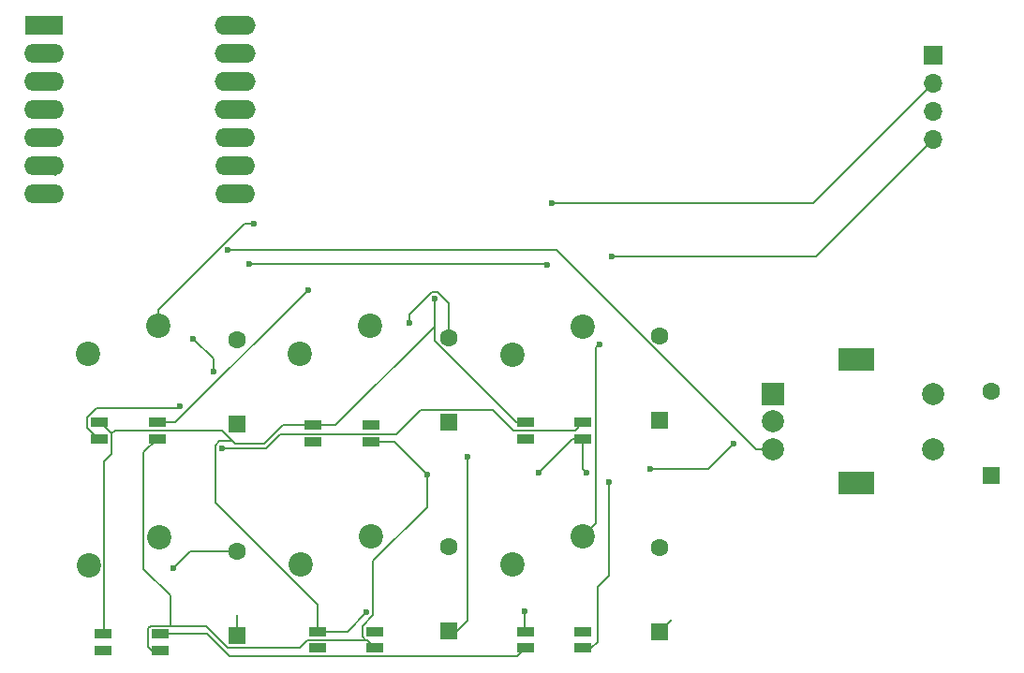
<source format=gbr>
%TF.GenerationSoftware,KiCad,Pcbnew,9.0.7*%
%TF.CreationDate,2026-02-22T10:45:32+05:30*%
%TF.ProjectId,Pomopad,506f6d6f-7061-4642-9e6b-696361645f70,rev?*%
%TF.SameCoordinates,Original*%
%TF.FileFunction,Copper,L2,Bot*%
%TF.FilePolarity,Positive*%
%FSLAX46Y46*%
G04 Gerber Fmt 4.6, Leading zero omitted, Abs format (unit mm)*
G04 Created by KiCad (PCBNEW 9.0.7) date 2026-02-22 10:45:32*
%MOMM*%
%LPD*%
G01*
G04 APERTURE LIST*
G04 Aperture macros list*
%AMRoundRect*
0 Rectangle with rounded corners*
0 $1 Rounding radius*
0 $2 $3 $4 $5 $6 $7 $8 $9 X,Y pos of 4 corners*
0 Add a 4 corners polygon primitive as box body*
4,1,4,$2,$3,$4,$5,$6,$7,$8,$9,$2,$3,0*
0 Add four circle primitives for the rounded corners*
1,1,$1+$1,$2,$3*
1,1,$1+$1,$4,$5*
1,1,$1+$1,$6,$7*
1,1,$1+$1,$8,$9*
0 Add four rect primitives between the rounded corners*
20,1,$1+$1,$2,$3,$4,$5,0*
20,1,$1+$1,$4,$5,$6,$7,0*
20,1,$1+$1,$6,$7,$8,$9,0*
20,1,$1+$1,$8,$9,$2,$3,0*%
G04 Aperture macros list end*
%TA.AperFunction,ComponentPad*%
%ADD10C,2.200000*%
%TD*%
%TA.AperFunction,SMDPad,CuDef*%
%ADD11RoundRect,0.082000X-0.718000X0.328000X-0.718000X-0.328000X0.718000X-0.328000X0.718000X0.328000X0*%
%TD*%
%TA.AperFunction,ComponentPad*%
%ADD12R,2.000000X2.000000*%
%TD*%
%TA.AperFunction,ComponentPad*%
%ADD13C,2.000000*%
%TD*%
%TA.AperFunction,ComponentPad*%
%ADD14R,3.200000X2.000000*%
%TD*%
%TA.AperFunction,ComponentPad*%
%ADD15R,3.500000X1.700000*%
%TD*%
%TA.AperFunction,ComponentPad*%
%ADD16O,3.600000X1.700000*%
%TD*%
%TA.AperFunction,ComponentPad*%
%ADD17O,3.700000X1.700000*%
%TD*%
%TA.AperFunction,ComponentPad*%
%ADD18R,1.700000X1.700000*%
%TD*%
%TA.AperFunction,ComponentPad*%
%ADD19O,1.700000X1.700000*%
%TD*%
%TA.AperFunction,ComponentPad*%
%ADD20RoundRect,0.250000X0.550000X-0.550000X0.550000X0.550000X-0.550000X0.550000X-0.550000X-0.550000X0*%
%TD*%
%TA.AperFunction,ComponentPad*%
%ADD21C,1.600000*%
%TD*%
%TA.AperFunction,ViaPad*%
%ADD22C,0.600000*%
%TD*%
%TA.AperFunction,Conductor*%
%ADD23C,0.200000*%
%TD*%
G04 APERTURE END LIST*
D10*
%TO.P,SW7,1,1*%
%TO.N,C2*%
X98520000Y-163920000D03*
%TO.P,SW7,2,2*%
%TO.N,Net-(D17-A)*%
X92170000Y-166460000D03*
%TD*%
D11*
%TO.P,D1,1,VDD*%
%TO.N,+5V*%
X54870001Y-153597158D03*
%TO.P,D1,2,DOUT*%
%TO.N,Net-(D1-DOUT)*%
X54870001Y-155097158D03*
%TO.P,D1,3,VSS*%
%TO.N,GND*%
X60070001Y-155097158D03*
%TO.P,D1,4,DIN*%
%TO.N,LED*%
X60070001Y-153597158D03*
%TD*%
%TO.P,D2,1,VDD*%
%TO.N,+5V*%
X74190000Y-153860000D03*
%TO.P,D2,2,DOUT*%
%TO.N,Net-(D2-DOUT)*%
X74190000Y-155360000D03*
%TO.P,D2,3,VSS*%
%TO.N,GND*%
X79390000Y-155360000D03*
%TO.P,D2,4,DIN*%
%TO.N,Net-(D2-DIN)*%
X79390000Y-153860000D03*
%TD*%
%TO.P,D8,1,VDD*%
%TO.N,+5V*%
X55160000Y-172710000D03*
%TO.P,D8,2,DOUT*%
%TO.N,Net-(D10-DIN)*%
X55160000Y-174210000D03*
%TO.P,D8,3,VSS*%
%TO.N,GND*%
X60360000Y-174210000D03*
%TO.P,D8,4,DIN*%
%TO.N,Net-(D6-DOUT)*%
X60360000Y-172710000D03*
%TD*%
D10*
%TO.P,SW6,1,1*%
%TO.N,C2*%
X98520000Y-144900000D03*
%TO.P,SW6,2,2*%
%TO.N,Net-(D16-A)*%
X92170000Y-147440000D03*
%TD*%
%TO.P,SW5,1,1*%
%TO.N,C1*%
X79390000Y-163920000D03*
%TO.P,SW5,2,2*%
%TO.N,Net-(D15-A)*%
X73040000Y-166460000D03*
%TD*%
D12*
%TO.P,SW1,A,A*%
%TO.N,A*%
X115730000Y-150990000D03*
D13*
%TO.P,SW1,B,B*%
%TO.N,B*%
X115730000Y-155990000D03*
%TO.P,SW1,C,C*%
%TO.N,GND*%
X115730000Y-153490000D03*
D14*
%TO.P,SW1,MP*%
%TO.N,N/C*%
X123230000Y-147890000D03*
X123230000Y-159090000D03*
D13*
%TO.P,SW1,S1,S1*%
%TO.N,Net-(D11-K)*%
X130230000Y-155990000D03*
%TO.P,SW1,S2,S2*%
%TO.N,C0*%
X130230000Y-150990000D03*
%TD*%
D11*
%TO.P,D7,1,VDD*%
%TO.N,+5V*%
X74537500Y-172500000D03*
%TO.P,D7,2,DOUT*%
%TO.N,Net-(D7-DOUT)*%
X74537500Y-174000000D03*
%TO.P,D7,3,VSS*%
%TO.N,GND*%
X79737500Y-174000000D03*
%TO.P,D7,4,DIN*%
%TO.N,Net-(D5-DOUT)*%
X79737500Y-172500000D03*
%TD*%
D15*
%TO.P,U1,1,PA02_A0_D0*%
%TO.N,C0*%
X49880000Y-117680000D03*
D16*
%TO.P,U1,2,PA4_A1_D1*%
%TO.N,C1*%
X49880000Y-120220000D03*
%TO.P,U1,3,PA10_A2_D2*%
%TO.N,A*%
X49880000Y-122760000D03*
%TO.P,U1,4,PA11_A3_D3*%
%TO.N,B*%
X49880000Y-125300000D03*
%TO.P,U1,5,PA8_A4_D4_SDA*%
%TO.N,SDA*%
X49880000Y-127840000D03*
%TO.P,U1,6,PA9_A5_D5_SCL*%
%TO.N,SCL*%
X49880000Y-130380000D03*
%TO.P,U1,7,PB08_A6_D6_TX*%
%TO.N,C3*%
X49880000Y-132920000D03*
%TO.P,U1,8,PB09_A7_D7_RX*%
%TO.N,C0*%
X67130000Y-132920000D03*
%TO.P,U1,9,PA7_A8_D8_SCK*%
X67130000Y-130380000D03*
%TO.P,U1,10,PA5_A9_D9_MISO*%
X67130000Y-127840000D03*
D17*
%TO.P,U1,11,PA6_A10_D10_MOSI*%
%TO.N,LED*%
X67130000Y-125300000D03*
%TO.P,U1,12,3V3*%
%TO.N,unconnected-(U1-3V3-Pad12)*%
X67130000Y-122760000D03*
%TO.P,U1,13,GND*%
%TO.N,GND*%
X67130000Y-120220000D03*
%TO.P,U1,14,5V*%
%TO.N,+5V*%
X67130000Y-117680000D03*
%TD*%
D10*
%TO.P,SW3,1,1*%
%TO.N,C0*%
X60250000Y-163970000D03*
%TO.P,SW3,2,2*%
%TO.N,Net-(D13-A)*%
X53900000Y-166510000D03*
%TD*%
D11*
%TO.P,D6,1,VDD*%
%TO.N,+5V*%
X93337500Y-172500000D03*
%TO.P,D6,2,DOUT*%
%TO.N,Net-(D6-DOUT)*%
X93337500Y-174000000D03*
%TO.P,D6,3,VSS*%
%TO.N,GND*%
X98537500Y-174000000D03*
%TO.P,D6,4,DIN*%
%TO.N,Net-(D4-DOUT)*%
X98537500Y-172500000D03*
%TD*%
D10*
%TO.P,SW4,1,1*%
%TO.N,C1*%
X79360000Y-144860000D03*
%TO.P,SW4,2,2*%
%TO.N,Net-(D14-A)*%
X73010000Y-147400000D03*
%TD*%
D11*
%TO.P,D3,1,VDD*%
%TO.N,+5V*%
X93340001Y-153597158D03*
%TO.P,D3,2,DOUT*%
%TO.N,Net-(D3-DOUT)*%
X93340001Y-155097158D03*
%TO.P,D3,3,VSS*%
%TO.N,GND*%
X98540001Y-155097158D03*
%TO.P,D3,4,DIN*%
%TO.N,Net-(D1-DOUT)*%
X98540001Y-153597158D03*
%TD*%
D18*
%TO.P,J1,1,GND*%
%TO.N,GND*%
X130210000Y-120390000D03*
D19*
%TO.P,J1,2,VCC*%
%TO.N,+5V*%
X130210000Y-122930000D03*
%TO.P,J1,3,SCl*%
%TO.N,SCL*%
X130210000Y-125470000D03*
%TO.P,J1,4,SDA*%
%TO.N,SDA*%
X130210000Y-128010000D03*
%TD*%
D10*
%TO.P,SW2,1,1*%
%TO.N,C0*%
X60210000Y-144860000D03*
%TO.P,SW2,2,2*%
%TO.N,Net-(D12-A)*%
X53860000Y-147400000D03*
%TD*%
D20*
%TO.P,D12,1,K*%
%TO.N,C0*%
X67260000Y-153750000D03*
D21*
%TO.P,D12,2,A*%
%TO.N,Net-(D12-A)*%
X67260000Y-146130000D03*
%TD*%
D20*
%TO.P,D15,1,K*%
%TO.N,C0*%
X86400000Y-172430000D03*
D21*
%TO.P,D15,2,A*%
%TO.N,Net-(D15-A)*%
X86400000Y-164810000D03*
%TD*%
D20*
%TO.P,D17,1,K*%
%TO.N,C0*%
X105490000Y-172500000D03*
D21*
%TO.P,D17,2,A*%
%TO.N,Net-(D17-A)*%
X105490000Y-164880000D03*
%TD*%
D20*
%TO.P,D16,1,K*%
%TO.N,C0*%
X105510000Y-153360000D03*
D21*
%TO.P,D16,2,A*%
%TO.N,Net-(D16-A)*%
X105510000Y-145740000D03*
%TD*%
D20*
%TO.P,D14,1,K*%
%TO.N,C0*%
X86420000Y-153550000D03*
D21*
%TO.P,D14,2,A*%
%TO.N,Net-(D14-A)*%
X86420000Y-145930000D03*
%TD*%
D20*
%TO.P,D13,1,K*%
%TO.N,C0*%
X67270000Y-172880000D03*
D21*
%TO.P,D13,2,A*%
%TO.N,Net-(D13-A)*%
X67270000Y-165260000D03*
%TD*%
D20*
%TO.P,D11,1,K*%
%TO.N,Net-(D11-K)*%
X135450000Y-158390000D03*
D21*
%TO.P,D11,2,A*%
%TO.N,C0*%
X135450000Y-150770000D03*
%TD*%
D22*
%TO.N,GND*%
X94540000Y-158150000D03*
X112200000Y-155500000D03*
X104620000Y-157840000D03*
X84470000Y-158270000D03*
X98900000Y-158160000D03*
X100930000Y-158950000D03*
%TO.N,+5V*%
X93310000Y-170690000D03*
X85140000Y-142410000D03*
X79010000Y-170770000D03*
X95730000Y-133800000D03*
%TO.N,C0*%
X63350000Y-146050000D03*
X88110000Y-156700000D03*
X65150000Y-149020000D03*
X68820000Y-135640000D03*
%TO.N,B*%
X66450000Y-137980000D03*
%TO.N,C2*%
X100020000Y-146520000D03*
%TO.N,SDA*%
X101160000Y-138590000D03*
X95300000Y-139360000D03*
X68410000Y-139230000D03*
%TO.N,Net-(D13-A)*%
X61530000Y-166780000D03*
%TO.N,Net-(D14-A)*%
X82840000Y-144620000D03*
%TO.N,LED*%
X73690000Y-141610000D03*
%TO.N,Net-(D1-DOUT)*%
X65940000Y-155900000D03*
X62160000Y-152120000D03*
%TD*%
D23*
%TO.N,GND*%
X84470000Y-161261314D02*
X84470000Y-158270000D01*
X60360000Y-174210000D02*
X59560000Y-174210000D01*
X98537500Y-174000000D02*
X99337500Y-174000000D01*
X64502840Y-171999000D02*
X66484840Y-173981000D01*
X99859000Y-168502530D02*
X100930000Y-167431530D01*
X81560000Y-155360000D02*
X79390000Y-155360000D01*
X61260000Y-171999000D02*
X64502840Y-171999000D01*
X98540001Y-157800001D02*
X98900000Y-158160000D01*
X72966586Y-173981000D02*
X73658586Y-173289000D01*
X59259000Y-172221086D02*
X59481086Y-171999000D01*
X61260000Y-169275184D02*
X61260000Y-171999000D01*
X58849000Y-156318159D02*
X58849000Y-166864184D01*
X100930000Y-167431530D02*
X100930000Y-158950000D01*
X66484840Y-173981000D02*
X72966586Y-173981000D01*
X73658586Y-173289000D02*
X79026500Y-173289000D01*
X60392842Y-155097158D02*
X60070001Y-155097158D01*
X58849000Y-166864184D02*
X61260000Y-169275184D01*
X79026500Y-173289000D02*
X78936586Y-173289000D01*
X78936586Y-173289000D02*
X78636500Y-172988914D01*
X59259000Y-173909000D02*
X59259000Y-172221086D01*
X59481086Y-171999000D02*
X61260000Y-171999000D01*
X60070001Y-155097158D02*
X58849000Y-156318159D01*
X79610000Y-166121314D02*
X84470000Y-161261314D01*
X109860000Y-157840000D02*
X112200000Y-155500000D01*
X78636500Y-172011086D02*
X79610000Y-171037586D01*
X79026500Y-173289000D02*
X79737500Y-174000000D01*
X78636500Y-172988914D02*
X78636500Y-172011086D01*
X97592842Y-155097158D02*
X98540001Y-155097158D01*
X104620000Y-157840000D02*
X109860000Y-157840000D01*
X84470000Y-158270000D02*
X81560000Y-155360000D01*
X99859000Y-173478500D02*
X99859000Y-168502530D01*
X59560000Y-174210000D02*
X59259000Y-173909000D01*
X98540001Y-155097158D02*
X98540001Y-157800001D01*
X94540000Y-158150000D02*
X97592842Y-155097158D01*
X79610000Y-171037586D02*
X79610000Y-166121314D01*
X99337500Y-174000000D02*
X99859000Y-173478500D01*
%TO.N,+5V*%
X56269245Y-154310000D02*
X65933840Y-154310000D01*
X55160000Y-172710000D02*
X55301000Y-172569000D01*
X76224816Y-153860000D02*
X74190000Y-153860000D01*
X65933840Y-154310000D02*
X67122840Y-155499000D01*
X55971001Y-156448070D02*
X55971001Y-154608244D01*
X71422900Y-153860000D02*
X74190000Y-153860000D01*
X85140000Y-146210000D02*
X92527158Y-153597158D01*
X65691057Y-155299000D02*
X66922840Y-155299000D01*
X54959915Y-153597158D02*
X54870001Y-153597158D01*
X65339000Y-155651057D02*
X65691057Y-155299000D01*
X66922840Y-155299000D02*
X67016920Y-155393080D01*
X74537500Y-172500000D02*
X74537500Y-170069030D01*
X67122840Y-155499000D02*
X69783900Y-155499000D01*
X55301000Y-157118071D02*
X55971001Y-156448070D01*
X55301000Y-172569000D02*
X55301000Y-157118071D01*
X85140000Y-144944816D02*
X85140000Y-146210000D01*
X69783900Y-155499000D02*
X71422900Y-153860000D01*
X55971001Y-154608244D02*
X54959915Y-153597158D01*
X74537500Y-172500000D02*
X77280000Y-172500000D01*
X65339000Y-160870530D02*
X65339000Y-155651057D01*
X77280000Y-172500000D02*
X79010000Y-170770000D01*
X74537500Y-170069030D02*
X65339000Y-160870530D01*
X85140000Y-142410000D02*
X85140000Y-144944816D01*
X119340000Y-133800000D02*
X130210000Y-122930000D01*
X92527158Y-153597158D02*
X93340001Y-153597158D01*
X55971001Y-154608244D02*
X56269245Y-154310000D01*
X93310000Y-172472500D02*
X93337500Y-172500000D01*
X93310000Y-170690000D02*
X93310000Y-172472500D01*
X85140000Y-144944816D02*
X76224816Y-153860000D01*
X95730000Y-133800000D02*
X119340000Y-133800000D01*
%TO.N,C0*%
X60210000Y-143370057D02*
X60210000Y-144860000D01*
X88110000Y-171480000D02*
X87160000Y-172430000D01*
X87160000Y-172430000D02*
X86400000Y-172430000D01*
X67270000Y-172880000D02*
X67270000Y-170990000D01*
X67940057Y-135640000D02*
X60210000Y-143370057D01*
X85950000Y-172880000D02*
X86400000Y-172430000D01*
X105490000Y-172500000D02*
X106591000Y-171399000D01*
X63350000Y-146050000D02*
X65150000Y-147850000D01*
X65150000Y-147850000D02*
X65150000Y-149020000D01*
X68820000Y-135640000D02*
X67940057Y-135640000D01*
X65810000Y-133240000D02*
X66130000Y-132920000D01*
X88110000Y-156700000D02*
X88110000Y-171480000D01*
X86470000Y-172500000D02*
X86400000Y-172430000D01*
%TO.N,B*%
X96192950Y-137980000D02*
X114202950Y-155990000D01*
X114202950Y-155990000D02*
X115730000Y-155990000D01*
X66450000Y-137980000D02*
X96192950Y-137980000D01*
%TO.N,C1*%
X79390000Y-144890000D02*
X79360000Y-144860000D01*
%TO.N,C2*%
X99741001Y-162698999D02*
X98520000Y-163920000D01*
X99741001Y-146798999D02*
X99741001Y-162698999D01*
X100020000Y-146520000D02*
X99741001Y-146798999D01*
%TO.N,SDA*%
X95170000Y-139230000D02*
X95300000Y-139360000D01*
X101160000Y-138590000D02*
X119630000Y-138590000D01*
X119630000Y-138590000D02*
X130210000Y-128010000D01*
X68410000Y-139230000D02*
X95170000Y-139230000D01*
%TO.N,SCL*%
X50880000Y-131230000D02*
X50880000Y-130380000D01*
%TO.N,Net-(D13-A)*%
X61530000Y-166780000D02*
X63050000Y-165260000D01*
X63050000Y-165260000D02*
X67270000Y-165260000D01*
%TO.N,Net-(D14-A)*%
X84891057Y-141809000D02*
X85388943Y-141809000D01*
X82840000Y-143860057D02*
X84891057Y-141809000D01*
X85388943Y-141809000D02*
X86420000Y-142840057D01*
X82840000Y-144620000D02*
X82840000Y-143860057D01*
X86420000Y-142840057D02*
X86420000Y-145930000D01*
%TO.N,LED*%
X73690000Y-141610000D02*
X61702842Y-153597158D01*
X61702842Y-153597158D02*
X60070001Y-153597158D01*
%TO.N,Net-(D1-DOUT)*%
X53769001Y-153108244D02*
X54586245Y-152291000D01*
X54586245Y-152291000D02*
X61989000Y-152291000D01*
X65940000Y-155900000D02*
X69950000Y-155900000D01*
X81698943Y-154649000D02*
X83898943Y-152449000D01*
X97829001Y-154308158D02*
X98540001Y-153597158D01*
X90409001Y-152449000D02*
X92268159Y-154308158D01*
X54780087Y-155097158D02*
X53769001Y-154086072D01*
X71201000Y-154649000D02*
X81698943Y-154649000D01*
X54870001Y-155097158D02*
X54780087Y-155097158D01*
X83898943Y-152449000D02*
X90409001Y-152449000D01*
X61989000Y-152291000D02*
X62160000Y-152120000D01*
X53769001Y-154086072D02*
X53769001Y-153108244D01*
X92268159Y-154308158D02*
X97829001Y-154308158D01*
X69950000Y-155900000D02*
X71201000Y-154649000D01*
%TO.N,Net-(D2-DIN)*%
X79880000Y-153860000D02*
X79791000Y-153860000D01*
%TO.N,Net-(D2-DOUT)*%
X74279914Y-155360000D02*
X74190000Y-155360000D01*
%TO.N,Net-(D6-DOUT)*%
X66603000Y-174711000D02*
X92626500Y-174711000D01*
X60360000Y-172710000D02*
X64602000Y-172710000D01*
X92626500Y-174711000D02*
X93337500Y-174000000D01*
X64602000Y-172710000D02*
X66603000Y-174711000D01*
%TD*%
M02*

</source>
